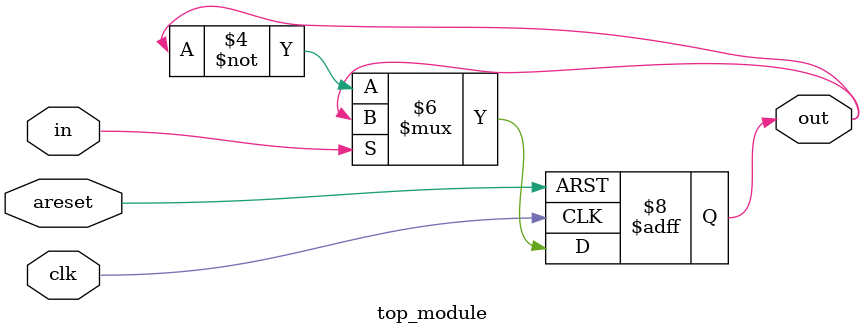
<source format=v>
module top_module(
    input clk,
    input areset,    // Asynchronous reset to state B
    input in,
    output out);//  

    parameter A=0, B=1; 
    reg state, next_state;

    always @(*) begin    // This is a combinational always block
        // State transition logic
    end

    always @(posedge clk, posedge areset) begin    // This is a sequential always block
        // State flip-flops with asynchronous reset
        if(areset) out = 1;
        else begin
            if(in == 0) out = ~out;
        end
    end

    // Output logic

endmodule

</source>
